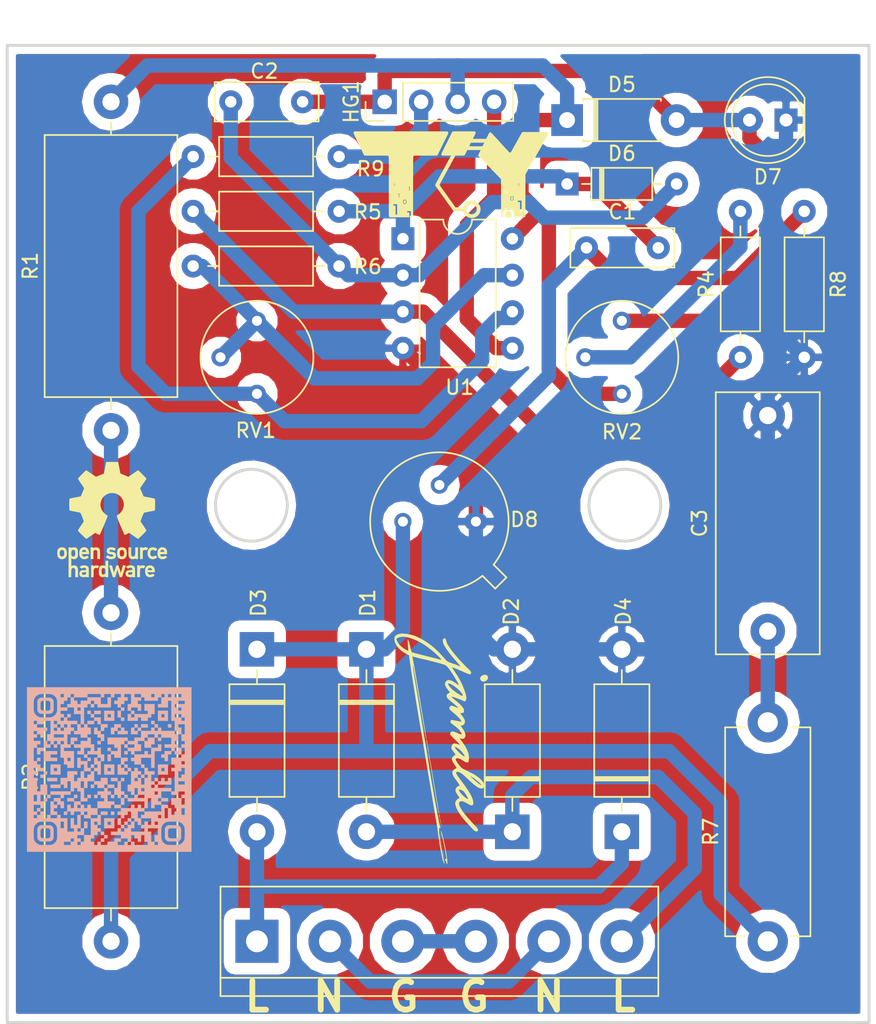
<source format=kicad_pcb>
(kicad_pcb (version 20171130) (host pcbnew 5.0.2-bee76a0~70~ubuntu18.04.1)
  (layers (0 F.Cu signal) (31 B.Cu signal) (34 B.Paste user) (35 F.Paste user) (36 B.SilkS user) (37 F.SilkS user) (38 B.Mask user) (39 F.Mask user) (44 Edge.Cuts user))
  (net 0 "")
  (net 1 "Net-(C1-Pad1)")
  (net 2 "Net-(C1-Pad2)")
  (net 3 GND)
  (net 4 "Net-(C2-Pad1)")
  (net 5 "Net-(C3-Pad1)")
  (net 6 "Net-(D1-Pad2)")
  (net 7 "Net-(D1-Pad1)")
  (net 8 "Net-(D3-Pad2)")
  (net 9 VCC)
  (net 10 "Net-(HG1-Pad2)")
  (net 11 "Net-(HG1-Pad4)")
  (net 12 "Net-(J1-Pad2)")
  (net 13 "Net-(J1-Pad3)")
  (net 14 "Net-(R1-Pad1)")
  (net 15 "Net-(R4-Pad1)")
  (net 16 "Net-(R4-Pad2)")
  (net 17 "Net-(R6-Pad2)")
  (net 18 "Net-(R9-Pad1)")
  (net 19 GNDREF)
  (module Capacitor_THT:C_Disc_D7.0mm_W2.5mm_P5.00mm (layer F.Cu) (at 158.83 85.09)
    (fp_text reference C1 (at 2.5 -2.5) (layer F.SilkS))
    (fp_text value 100n hide)
    (pad 1 thru_hole circle (at 0 0) (size 1.6 1.6) (drill 0.8) (layers *.Cu *.Mask) (net 1 "Net-(C1-Pad1)"))
    (pad 2 thru_hole circle (at 5 0) (size 1.6 1.6) (drill 0.8) (layers *.Cu *.Mask) (net 2 "Net-(C1-Pad2)"))
  )
  (module Capacitor_THT:C_Disc_D7.0mm_W2.5mm_P5.00mm (layer F.Cu) (at 134.065 74.93)
    (fp_text reference C2 (at 2.335 -2.13) (layer F.SilkS))
    (fp_text value 33n hide)
    (pad 2 thru_hole circle (at 5 0) (size 1.6 1.6) (drill 0.8) (layers *.Cu *.Mask) (net 19 GNDREF))
    (pad 1 thru_hole circle (at 0 0) (size 1.6 1.6) (drill 0.8) (layers *.Cu *.Mask) (net 4 "Net-(C2-Pad1)"))
  )
  (module Capacitor_THT:C_Rect_L18.0mm_W7.0mm_P15.00mm_FKS3_FKP3 (layer F.Cu) (at 171.45 111.76 90)
    (fp_text reference C3 (at 7.5 -4.75 90) (layer F.SilkS))
    (fp_text value 100n/400V)
    (pad 1 thru_hole circle (at 0 0 90) (size 2.4 2.4) (drill 1.2) (layers *.Cu *.Mask) (net 5 "Net-(C3-Pad1)"))
    (pad 2 thru_hole circle (at 15 0 90) (size 2.4 2.4) (drill 1.2) (layers *.Cu *.Mask) (net 3 GND))
  )
  (module Diode_THT:D_DO-15_P12.70mm_Horizontal (layer F.Cu) (at 143.51 113.03 270)
    (fp_text reference D1 (at -3.23 -0.09 270) (layer F.SilkS))
    (fp_text value D hide)
    (pad 2 thru_hole oval (at 12.7 0 270) (size 2.4 2.4) (drill 1.2) (layers *.Cu *.Mask) (net 6 "Net-(D1-Pad2)"))
    (pad 1 thru_hole rect (at 0 0 270) (size 2.4 2.4) (drill 1.2) (layers *.Cu *.Mask) (net 7 "Net-(D1-Pad1)"))
  )
  (module Diode_THT:D_DO-15_P12.70mm_Horizontal (layer F.Cu) (at 153.67 125.73 90)
    (fp_text reference D2 (at 15.33 -0.07 90) (layer F.SilkS))
    (fp_text value D hide)
    (pad 2 thru_hole oval (at 12.7 0 90) (size 2.4 2.4) (drill 1.2) (layers *.Cu *.Mask) (net 3 GND))
    (pad 1 thru_hole rect (at 0 0 90) (size 2.4 2.4) (drill 1.2) (layers *.Cu *.Mask) (net 6 "Net-(D1-Pad2)"))
  )
  (module Diode_THT:D_DO-15_P12.70mm_Horizontal (layer F.Cu) (at 135.89 113.03 270)
    (fp_text reference D3 (at -3.23 -0.11 270) (layer F.SilkS))
    (fp_text value D hide)
    (pad 1 thru_hole rect (at 0 0 270) (size 2.4 2.4) (drill 1.2) (layers *.Cu *.Mask) (net 7 "Net-(D1-Pad1)"))
    (pad 2 thru_hole oval (at 12.7 0 270) (size 2.4 2.4) (drill 1.2) (layers *.Cu *.Mask) (net 8 "Net-(D3-Pad2)"))
  )
  (module Diode_THT:D_DO-15_P12.70mm_Horizontal (layer F.Cu) (at 161.29 125.73 90)
    (fp_text reference D4 (at 15.33 0.11 90) (layer F.SilkS))
    (fp_text value D hide)
    (pad 1 thru_hole rect (at 0 0 90) (size 2.4 2.4) (drill 1.2) (layers *.Cu *.Mask) (net 8 "Net-(D3-Pad2)"))
    (pad 2 thru_hole oval (at 12.7 0 90) (size 2.4 2.4) (drill 1.2) (layers *.Cu *.Mask) (net 3 GND))
  )
  (module Diode_THT:D_DO-41_SOD81_P7.62mm_Horizontal (layer F.Cu) (at 157.48 76.2)
    (fp_text reference D5 (at 3.81 -2.47) (layer F.SilkS))
    (fp_text value 5V1 hide)
    (pad 1 thru_hole rect (at 0 0) (size 2.2 2.2) (drill 1.1) (layers *.Cu *.Mask) (net 9 VCC))
    (pad 2 thru_hole oval (at 7.62 0) (size 2.2 2.2) (drill 1.1) (layers *.Cu *.Mask) (net 19 GNDREF))
  )
  (module Diode_THT:D_DO-35_SOD27_P7.62mm_Horizontal (layer F.Cu) (at 157.48 80.645)
    (fp_text reference D6 (at 3.81 -2.12) (layer F.SilkS))
    (fp_text value D hide)
    (pad 1 thru_hole rect (at 0 0) (size 1.6 1.6) (drill 0.8) (layers *.Cu *.Mask) (net 2 "Net-(C1-Pad2)"))
    (pad 2 thru_hole oval (at 7.62 0) (size 1.6 1.6) (drill 0.8) (layers *.Cu *.Mask) (net 4 "Net-(C2-Pad1)"))
  )
  (module LED_THT:LED_D5.0mm (layer F.Cu) (at 172.72 76.2 180)
    (fp_text reference D7 (at 1.27 -3.96 180) (layer F.SilkS))
    (fp_text value LED)
    (pad 1 thru_hole rect (at 0 0 180) (size 1.6 1.6) (drill 0.9) (layers *.Cu *.Mask) (net 3 GND))
    (pad 2 thru_hole circle (at 2.54 0 180) (size 1.8 1.8) (drill 0.9) (layers *.Cu *.Mask) (net 19 GNDREF))
  )
  (module Package_TO_SOT_THT:TO-39-3 (layer F.Cu) (at 151.13 104.14 180)
    (fp_text reference D8 (at -3.37 0.14 180) (layer F.SilkS))
    (fp_text value KT505)
    (pad 1 thru_hole oval (at 0 0 180) (size 1.6 1.2) (drill 0.7) (layers *.Cu *.Mask) (net 3 GND))
    (pad 2 thru_hole oval (at 2.54 2.54 180) (size 1.2 1.2) (drill 0.7) (layers *.Cu *.Mask) (net 1 "Net-(C1-Pad1)"))
    (pad 3 thru_hole oval (at 5.08 0 180) (size 1.2 1.2) (drill 0.7) (layers *.Cu *.Mask) (net 7 "Net-(D1-Pad1)"))
  )
  (module Connector_PinHeader_2.54mm:PinHeader_1x04_P2.54mm_Vertical (layer F.Cu) (at 144.78 74.93 90)
    (fp_text reference HG1 (at 0 -2.33 90) (layer F.SilkS))
    (fp_text value MAF100)
    (pad 1 thru_hole rect (at 0 0 90) (size 1.7 1.7) (drill 1) (layers *.Cu *.Mask) (net 19 GNDREF))
    (pad 2 thru_hole oval (at 0 2.54 90) (size 1.7 1.7) (drill 1) (layers *.Cu *.Mask) (net 10 "Net-(HG1-Pad2)"))
    (pad 3 thru_hole oval (at 0 5.08 90) (size 1.7 1.7) (drill 1) (layers *.Cu *.Mask) (net 9 VCC))
    (pad 4 thru_hole oval (at 0 7.62 90) (size 1.7 1.7) (drill 1) (layers *.Cu *.Mask) (net 11 "Net-(HG1-Pad4)"))
  )
  (module TerminalBlock:TerminalBlock_bornier-6_P5.08mm (layer F.Cu) (at 135.89 133.35)
    (fp_text reference J1 hide)
    (fp_text value Conn_01x06 hide)
    (pad 2 thru_hole circle (at 5.08 0) (size 3 3) (drill 1.52) (layers *.Cu *.Mask) (net 12 "Net-(J1-Pad2)"))
    (pad 3 thru_hole circle (at 10.16 0) (size 3 3) (drill 1.52) (layers *.Cu *.Mask) (net 13 "Net-(J1-Pad3)"))
    (pad 1 thru_hole rect (at 0 0) (size 3 3) (drill 1.52) (layers *.Cu *.Mask) (net 8 "Net-(D3-Pad2)"))
    (pad 4 thru_hole circle (at 15.24 0) (size 3 3) (drill 1.52) (layers *.Cu *.Mask) (net 13 "Net-(J1-Pad3)"))
    (pad 5 thru_hole circle (at 20.32 0) (size 3 3) (drill 1.52) (layers *.Cu *.Mask) (net 12 "Net-(J1-Pad2)"))
    (pad 6 thru_hole circle (at 25.4 0) (size 3 3) (drill 1.52) (layers *.Cu *.Mask) (net 6 "Net-(D1-Pad2)"))
  )
  (module Resistor_THT:R_Axial_DIN0918_L18.0mm_D9.0mm_P22.86mm_Horizontal (layer F.Cu) (at 125.73 97.79 90)
    (fp_text reference R1 (at 11.43 -5.62 90) (layer F.SilkS))
    (fp_text value 6k8/2W)
    (pad 1 thru_hole circle (at 0 0 90) (size 2.4 2.4) (drill 1.2) (layers *.Cu *.Mask) (net 14 "Net-(R1-Pad1)"))
    (pad 2 thru_hole oval (at 22.86 0 90) (size 2.4 2.4) (drill 1.2) (layers *.Cu *.Mask) (net 9 VCC))
  )
  (module Resistor_THT:R_Axial_DIN0918_L18.0mm_D9.0mm_P22.86mm_Horizontal (layer F.Cu) (at 125.73 133.35 90)
    (fp_text reference R2 (at 11.43 -5.62 90) (layer F.SilkS))
    (fp_text value 6k8/2W)
    (pad 2 thru_hole oval (at 22.86 0 90) (size 2.4 2.4) (drill 1.2) (layers *.Cu *.Mask) (net 14 "Net-(R1-Pad1)"))
    (pad 1 thru_hole circle (at 0 0 90) (size 2.4 2.4) (drill 1.2) (layers *.Cu *.Mask) (net 7 "Net-(D1-Pad1)"))
  )
  (module Resistor_THT:R_Axial_DIN0207_L6.3mm_D2.5mm_P10.16mm_Horizontal (layer F.Cu) (at 169.545 92.71 90)
    (fp_text reference R4 (at 5.08 -2.37 90) (layer F.SilkS))
    (fp_text value 820R hide)
    (pad 1 thru_hole circle (at 0 0 90) (size 1.6 1.6) (drill 0.8) (layers *.Cu *.Mask) (net 15 "Net-(R4-Pad1)"))
    (pad 2 thru_hole oval (at 10.16 0 90) (size 1.6 1.6) (drill 0.8) (layers *.Cu *.Mask) (net 16 "Net-(R4-Pad2)"))
  )
  (module Resistor_THT:R_Axial_DIN0207_L6.3mm_D2.5mm_P10.16mm_Horizontal (layer F.Cu) (at 141.605 82.55 180)
    (fp_text reference R5 (at -1.995 -0.05 180) (layer F.SilkS))
    (fp_text value 18k hide)
    (pad 2 thru_hole oval (at 10.16 0 180) (size 1.6 1.6) (drill 0.8) (layers *.Cu *.Mask) (net 15 "Net-(R4-Pad1)"))
    (pad 1 thru_hole circle (at 0 0 180) (size 1.6 1.6) (drill 0.8) (layers *.Cu *.Mask) (net 2 "Net-(C1-Pad2)"))
  )
  (module Resistor_THT:R_Axial_DIN0207_L6.3mm_D2.5mm_P10.16mm_Horizontal (layer F.Cu) (at 141.605 86.36 180)
    (fp_text reference R6 (at -1.995 -0.04 180) (layer F.SilkS))
    (fp_text value 27k hide)
    (pad 2 thru_hole oval (at 10.16 0 180) (size 1.6 1.6) (drill 0.8) (layers *.Cu *.Mask) (net 17 "Net-(R6-Pad2)"))
    (pad 1 thru_hole circle (at 0 0 180) (size 1.6 1.6) (drill 0.8) (layers *.Cu *.Mask) (net 4 "Net-(C2-Pad1)"))
  )
  (module Resistor_THT:R_Axial_DIN0614_L14.3mm_D5.7mm_P15.24mm_Horizontal (layer F.Cu) (at 171.45 133.35 90)
    (fp_text reference R7 (at 7.62 -3.97 90) (layer F.SilkS))
    (fp_text value 100R/1W)
    (pad 1 thru_hole circle (at 0 0 90) (size 2.8 2.8) (drill 1.4) (layers *.Cu *.Mask) (net 7 "Net-(D1-Pad1)"))
    (pad 2 thru_hole oval (at 15.24 0 90) (size 2.8 2.8) (drill 1.4) (layers *.Cu *.Mask) (net 5 "Net-(C3-Pad1)"))
  )
  (module Resistor_THT:R_Axial_DIN0207_L6.3mm_D2.5mm_P10.16mm_Horizontal (layer F.Cu) (at 173.99 82.55 270)
    (fp_text reference R8 (at 5.08 -2.37 270) (layer F.SilkS))
    (fp_text value 220R hide)
    (pad 1 thru_hole circle (at 0 0 270) (size 1.6 1.6) (drill 0.8) (layers *.Cu *.Mask) (net 1 "Net-(C1-Pad1)"))
    (pad 2 thru_hole oval (at 10.16 0 270) (size 1.6 1.6) (drill 0.8) (layers *.Cu *.Mask) (net 3 GND))
  )
  (module Resistor_THT:R_Axial_DIN0207_L6.3mm_D2.5mm_P10.16mm_Horizontal (layer F.Cu) (at 131.445 78.74)
    (fp_text reference R9 (at 12.355 0.86) (layer F.SilkS))
    (fp_text value 100k hide)
    (pad 1 thru_hole circle (at 0 0) (size 1.6 1.6) (drill 0.8) (layers *.Cu *.Mask) (net 18 "Net-(R9-Pad1)"))
    (pad 2 thru_hole oval (at 10.16 0) (size 1.6 1.6) (drill 0.8) (layers *.Cu *.Mask) (net 10 "Net-(HG1-Pad2)"))
  )
  (module Potentiometer_THT:Potentiometer_Bourns_3339P_Vertical (layer F.Cu) (at 135.89 95.25)
    (fp_text reference RV1 (at -0.09 2.55) (layer F.SilkS))
    (fp_text value 330k)
    (pad 1 thru_hole circle (at 0 0) (size 1.26 1.26) (drill 0.7) (layers *.Cu *.Mask) (net 18 "Net-(R9-Pad1)"))
    (pad 2 thru_hole circle (at -2.54 -2.54) (size 1.26 1.26) (drill 0.7) (layers *.Cu *.Mask) (net 17 "Net-(R6-Pad2)"))
    (pad 3 thru_hole circle (at 0 -5.08) (size 1.26 1.26) (drill 0.7) (layers *.Cu *.Mask) (net 17 "Net-(R6-Pad2)"))
  )
  (module Potentiometer_THT:Potentiometer_Bourns_3339P_Vertical (layer F.Cu) (at 161.29 95.25)
    (fp_text reference RV2 (at 0.01 2.65) (layer F.SilkS))
    (fp_text value 15k)
    (pad 3 thru_hole circle (at 0 -5.08) (size 1.26 1.26) (drill 0.7) (layers *.Cu *.Mask) (net 19 GNDREF))
    (pad 2 thru_hole circle (at -2.54 -2.54) (size 1.26 1.26) (drill 0.7) (layers *.Cu *.Mask) (net 16 "Net-(R4-Pad2)"))
    (pad 1 thru_hole circle (at 0 0) (size 1.26 1.26) (drill 0.7) (layers *.Cu *.Mask) (net 9 VCC))
  )
  (module Package_DIP:DIP-8_W7.62mm (layer F.Cu) (at 146.05 84.455)
    (fp_text reference U1 (at 3.95 10.345) (layer F.SilkS))
    (fp_text value TL082)
    (pad 1 thru_hole rect (at 0 0) (size 1.6 1.6) (drill 0.8) (layers *.Cu *.Mask) (net 2 "Net-(C1-Pad2)"))
    (pad 5 thru_hole oval (at 7.62 7.62) (size 1.6 1.6) (drill 0.8) (layers *.Cu *.Mask) (net 11 "Net-(HG1-Pad4)"))
    (pad 2 thru_hole oval (at 0 2.54) (size 1.6 1.6) (drill 0.8) (layers *.Cu *.Mask) (net 4 "Net-(C2-Pad1)"))
    (pad 6 thru_hole oval (at 7.62 5.08) (size 1.6 1.6) (drill 0.8) (layers *.Cu *.Mask) (net 18 "Net-(R9-Pad1)"))
    (pad 3 thru_hole oval (at 0 5.08) (size 1.6 1.6) (drill 0.8) (layers *.Cu *.Mask) (net 15 "Net-(R4-Pad1)"))
    (pad 7 thru_hole oval (at 7.62 2.54) (size 1.6 1.6) (drill 0.8) (layers *.Cu *.Mask) (net 17 "Net-(R6-Pad2)"))
    (pad 4 thru_hole oval (at 0 7.62) (size 1.6 1.6) (drill 0.8) (layers *.Cu *.Mask) (net 3 GND))
    (pad 8 thru_hole oval (at 7.62 0) (size 1.6 1.6) (drill 0.8) (layers *.Cu *.Mask) (net 9 VCC))
  )
  (module TCY_logo:Jamala_LOGO_16x8mm (layer F.Cu) (at 148.2 120 260)
    (fp_text reference G*** hide)
    (fp_text value LOGO hide)
  )
  (module TCY_logo:TCY_LOGO_13x6mm (layer F.Cu) (at 149.4 80)
    (fp_text reference G*** hide)
    (fp_text value LOGO hide)
  )
  (module Symbol:OSHW-Logo_7.5x8mm_SilkScreen (layer F.Cu) (at 125.8 104)
    (fp_text reference REF** hide)
    (fp_text value OSHW-Logo_7.5x8mm_SilkScreen hide)
  )
  (module TCY_logo:QR_sewing_machine_regulator (layer B.Cu) (at 125.6 121.4)
    (fp_text reference G*** hide)
    (fp_text value LOGO hide)
  )
  (gr_text L (at 161.4 137.2) (layer F.SilkS) (effects (font (size 2 2) (thickness 0.4))))
  (gr_text "N\n" (at 156.2 137.2) (layer F.SilkS) (effects (font (size 2 2) (thickness 0.4))))
  (gr_text G (at 151 137.2) (layer F.SilkS) (effects (font (size 2 2) (thickness 0.4))))
  (gr_text G (at 146.1 137.2) (layer F.SilkS) (effects (font (size 2 2) (thickness 0.4))))
  (gr_text "N\n" (at 140.9 137.2) (layer F.SilkS) (effects (font (size 2 2) (thickness 0.4))))
  (gr_text L (at 135.9 137.2) (layer F.SilkS) (effects (font (size 2 2) (thickness 0.4))))
  (gr_circle (center 135.5011 103.0036) (end 138.0011 103.0036) (layer Edge.Cuts) (width 0.2))
  (gr_line (start 178.5011 71.0036) (end 118.5011 71.0036) (layer Edge.Cuts) (width 0.2))
  (gr_line (start 178.5011 71.0036) (end 178.5011 139.0036) (layer Edge.Cuts) (width 0.2))
  (gr_circle (center 161.5011 103.0036) (end 164.0011 103.0036) (layer Edge.Cuts) (width 0.2))
  (gr_line (start 118.5011 71.0036) (end 118.5011 139.0036) (layer Edge.Cuts) (width 0.2))
  (gr_line (start 178.5011 139.0036) (end 118.5011 139.0036) (layer Edge.Cuts) (width 0.2))
  (segment (start 149.189999 101.000001) (end 148.59 101.6) (width 1) (layer B.Cu) (net 1))
  (segment (start 158.83 85.09) (end 156.21 87.71) (width 1) (layer B.Cu) (net 1))
  (segment (start 156.21 93.98) (end 149.189999 101.000001) (width 1) (layer B.Cu) (net 1))
  (segment (start 156.21 87.71) (end 156.21 93.98) (width 1) (layer B.Cu) (net 1))
  (segment (start 169.349999 87.190001) (end 173.190001 83.349999) (width 1) (layer F.Cu) (net 1))
  (segment (start 173.190001 83.349999) (end 173.99 82.55) (width 1) (layer F.Cu) (net 1))
  (segment (start 160.930001 87.190001) (end 169.349999 87.190001) (width 1) (layer F.Cu) (net 1))
  (segment (start 158.83 85.09) (end 160.930001 87.190001) (width 1) (layer F.Cu) (net 1))
  (segment (start 148.59001 80.11499) (end 156.94999 80.11499) (width 1) (layer B.Cu) (net 2))
  (segment (start 156.94999 80.11499) (end 157.48 80.645) (width 1) (layer B.Cu) (net 2))
  (segment (start 146.155 82.55) (end 146.79 81.915) (width 1) (layer B.Cu) (net 2))
  (segment (start 141.605 82.55) (end 146.155 82.55) (width 1) (layer B.Cu) (net 2))
  (segment (start 146.05 82.655) (end 146.79 81.915) (width 1) (layer B.Cu) (net 2))
  (segment (start 146.79 81.915) (end 148.59001 80.11499) (width 1) (layer B.Cu) (net 2))
  (segment (start 146.05 84.455) (end 146.05 82.655) (width 1) (layer B.Cu) (net 2))
  (segment (start 159.385 80.645) (end 163.83 85.09) (width 1) (layer F.Cu) (net 2))
  (segment (start 157.48 80.645) (end 159.385 80.645) (width 1) (layer F.Cu) (net 2))
  (segment (start 161.29 113.03) (end 153.67 113.03) (width 1) (layer B.Cu) (net 3))
  (segment (start 152.4 113.03) (end 153.67 113.03) (width 1) (layer B.Cu) (net 3))
  (segment (start 151.13 111.76) (end 152.4 113.03) (width 1) (layer B.Cu) (net 3))
  (segment (start 171.45 95.25) (end 173.99 92.71) (width 1) (layer B.Cu) (net 3))
  (segment (start 171.45 96.76) (end 171.45 95.25) (width 1) (layer B.Cu) (net 3))
  (segment (start 173.190001 91.910001) (end 173.99 92.71) (width 1) (layer B.Cu) (net 3))
  (segment (start 171.645001 90.365001) (end 173.190001 91.910001) (width 1) (layer B.Cu) (net 3))
  (segment (start 171.645001 79.174999) (end 171.645001 90.365001) (width 1) (layer B.Cu) (net 3))
  (segment (start 172.72 78.1) (end 171.645001 79.174999) (width 1) (layer B.Cu) (net 3))
  (segment (start 172.72 76.2) (end 172.72 78.1) (width 1) (layer B.Cu) (net 3))
  (segment (start 151.13 104.14) (end 151.13 111.76) (width 1) (layer B.Cu) (net 3))
  (segment (start 151.13 97.155) (end 146.05 92.075) (width 1) (layer F.Cu) (net 3))
  (segment (start 151.13 104.14) (end 151.13 97.155) (width 1) (layer F.Cu) (net 3))
  (segment (start 171.45 106.55) (end 171.45 96.76) (width 1) (layer B.Cu) (net 3))
  (segment (start 161.29 113.03) (end 164.97 113.03) (width 1) (layer B.Cu) (net 3))
  (segment (start 164.97 113.03) (end 171.45 106.55) (width 1) (layer B.Cu) (net 3))
  (segment (start 134.065 78.82) (end 141.605 86.36) (width 1) (layer B.Cu) (net 4))
  (segment (start 134.065 74.93) (end 134.065 78.82) (width 1) (layer B.Cu) (net 4))
  (segment (start 142.24 86.995) (end 141.605 86.36) (width 1) (layer B.Cu) (net 4))
  (segment (start 146.05 86.995) (end 142.24 86.995) (width 1) (layer B.Cu) (net 4))
  (segment (start 162.755001 82.989999) (end 164.300001 81.444999) (width 1) (layer B.Cu) (net 4))
  (segment (start 155.884997 82.989999) (end 162.755001 82.989999) (width 1) (layer B.Cu) (net 4))
  (segment (start 152.26137 81.915) (end 154.809998 81.915) (width 1) (layer B.Cu) (net 4))
  (segment (start 147.18137 86.995) (end 152.26137 81.915) (width 1) (layer B.Cu) (net 4))
  (segment (start 164.300001 81.444999) (end 165.1 80.645) (width 1) (layer B.Cu) (net 4))
  (segment (start 154.809998 81.915) (end 155.884997 82.989999) (width 1) (layer B.Cu) (net 4))
  (segment (start 146.05 86.995) (end 147.18137 86.995) (width 1) (layer B.Cu) (net 4))
  (segment (start 171.45 111.76) (end 171.45 118.11) (width 1) (layer B.Cu) (net 5))
  (segment (start 153.67 123.19) (end 153.67 125.73) (width 1) (layer B.Cu) (net 6))
  (segment (start 163.83 121.92) (end 154.94 121.92) (width 1) (layer B.Cu) (net 6))
  (segment (start 161.29 133.35) (end 166.37 128.27) (width 1) (layer B.Cu) (net 6))
  (segment (start 154.94 121.92) (end 153.67 123.19) (width 1) (layer B.Cu) (net 6))
  (segment (start 166.37 124.46) (end 163.83 121.92) (width 1) (layer B.Cu) (net 6))
  (segment (start 166.37 128.27) (end 166.37 124.46) (width 1) (layer B.Cu) (net 6))
  (segment (start 143.51 125.73) (end 153.67 125.73) (width 1) (layer B.Cu) (net 6))
  (segment (start 135.89 113.03) (end 143.51 113.03) (width 1) (layer B.Cu) (net 7))
  (segment (start 143.51 113.03) (end 144.78 113.03) (width 1) (layer B.Cu) (net 7))
  (segment (start 144.78 113.03) (end 146.05 111.76) (width 1) (layer B.Cu) (net 7))
  (segment (start 168.170009 123.714411) (end 164.575588 120.11999) (width 1) (layer B.Cu) (net 7))
  (segment (start 168.17001 130.07001) (end 168.170009 123.714411) (width 1) (layer B.Cu) (net 7))
  (segment (start 171.45 133.35) (end 168.17001 130.07001) (width 1) (layer B.Cu) (net 7))
  (segment (start 143.51 113.03) (end 143.51 120.11999) (width 1) (layer B.Cu) (net 7))
  (segment (start 164.575588 120.11999) (end 143.51 120.11999) (width 1) (layer B.Cu) (net 7))
  (segment (start 125.73 127) (end 125.73 133.35) (width 1) (layer B.Cu) (net 7))
  (segment (start 143.51 120.11999) (end 132.61001 120.11999) (width 1) (layer B.Cu) (net 7))
  (segment (start 132.61001 120.11999) (end 125.73 127) (width 1) (layer B.Cu) (net 7))
  (segment (start 146.05 111.76) (end 146.05 104.14) (width 1) (layer B.Cu) (net 7))
  (segment (start 159.68 129.54) (end 135.89 129.54) (width 1) (layer B.Cu) (net 8))
  (segment (start 161.29 127.93) (end 159.68 129.54) (width 1) (layer B.Cu) (net 8))
  (segment (start 135.89 125.73) (end 135.89 129.54) (width 1) (layer B.Cu) (net 8))
  (segment (start 161.29 125.73) (end 161.29 127.93) (width 1) (layer B.Cu) (net 8))
  (segment (start 135.89 129.54) (end 135.89 133.35) (width 1) (layer B.Cu) (net 8))
  (segment (start 125.73 74.93) (end 128.25639 72.40361) (width 1) (layer B.Cu) (net 9))
  (segment (start 149.86 73.727919) (end 149.86 74.93) (width 1) (layer B.Cu) (net 9))
  (segment (start 128.25639 72.40361) (end 148.535691 72.40361) (width 1) (layer B.Cu) (net 9))
  (segment (start 157.48 74.1) (end 155.78361 72.40361) (width 1) (layer B.Cu) (net 9))
  (segment (start 157.48 76.2) (end 157.48 74.1) (width 1) (layer B.Cu) (net 9))
  (segment (start 149.86 74.93) (end 149.86 72.40361) (width 1) (layer B.Cu) (net 9))
  (segment (start 155.78361 72.40361) (end 149.86 72.40361) (width 1) (layer B.Cu) (net 9))
  (segment (start 149.86 72.40361) (end 148.535691 72.40361) (width 1) (layer B.Cu) (net 9))
  (segment (start 157.937 95.25) (end 156.21 93.523) (width 1) (layer F.Cu) (net 9))
  (segment (start 161.29 95.25) (end 157.937 95.25) (width 1) (layer F.Cu) (net 9))
  (segment (start 156.21 93.523) (end 156.21 83.315002) (width 1) (layer F.Cu) (net 9))
  (segment (start 155.38 76.2) (end 157.48 76.2) (width 1) (layer F.Cu) (net 9))
  (segment (start 154.305 77.275) (end 155.38 76.2) (width 1) (layer F.Cu) (net 9))
  (segment (start 154.305 81.410002) (end 154.305 77.275) (width 1) (layer F.Cu) (net 9))
  (segment (start 154.469999 83.635003) (end 155.5 82.605002) (width 1) (layer F.Cu) (net 9))
  (segment (start 153.67 84.455) (end 154.469999 83.655001) (width 1) (layer F.Cu) (net 9))
  (segment (start 156.21 83.315002) (end 155.5 82.605002) (width 1) (layer F.Cu) (net 9))
  (segment (start 154.469999 83.655001) (end 154.469999 83.635003) (width 1) (layer F.Cu) (net 9))
  (segment (start 155.5 82.605002) (end 154.305 81.410002) (width 1) (layer F.Cu) (net 9))
  (segment (start 141.605 78.74) (end 145.415 78.74) (width 1) (layer B.Cu) (net 10))
  (segment (start 147.32 76.835) (end 147.32 74.93) (width 1) (layer B.Cu) (net 10))
  (segment (start 145.415 78.74) (end 147.32 76.835) (width 1) (layer B.Cu) (net 10))
  (segment (start 152.53863 92.075) (end 153.67 92.075) (width 1) (layer F.Cu) (net 11))
  (segment (start 150.495 83.505) (end 150.495 90.03137) (width 1) (layer F.Cu) (net 11))
  (segment (start 152.4 74.93) (end 152.4 81.6) (width 1) (layer F.Cu) (net 11))
  (segment (start 150.495 90.03137) (end 152.53863 92.075) (width 1) (layer F.Cu) (net 11))
  (segment (start 152.4 81.6) (end 150.495 83.505) (width 1) (layer F.Cu) (net 11))
  (segment (start 142.469999 134.849999) (end 140.97 133.35) (width 1) (layer B.Cu) (net 12))
  (segment (start 143.770001 136.150001) (end 142.469999 134.849999) (width 1) (layer B.Cu) (net 12))
  (segment (start 153.409999 136.150001) (end 143.770001 136.150001) (width 1) (layer B.Cu) (net 12))
  (segment (start 156.21 133.35) (end 153.409999 136.150001) (width 1) (layer B.Cu) (net 12))
  (segment (start 146.05 133.35) (end 151.13 133.35) (width 1) (layer B.Cu) (net 13))
  (segment (start 125.73 97.79) (end 125.73 110.49) (width 1) (layer B.Cu) (net 14))
  (segment (start 138.43 89.535) (end 146.05 89.535) (width 1) (layer B.Cu) (net 15))
  (segment (start 131.445 82.55) (end 138.43 89.535) (width 1) (layer B.Cu) (net 15))
  (segment (start 155.098033 97.180001) (end 165.074999 97.180001) (width 1) (layer F.Cu) (net 15))
  (segment (start 168.745001 93.509999) (end 169.545 92.71) (width 1) (layer F.Cu) (net 15))
  (segment (start 165.074999 97.180001) (end 168.745001 93.509999) (width 1) (layer F.Cu) (net 15))
  (segment (start 147.453032 89.535) (end 155.098033 97.180001) (width 1) (layer F.Cu) (net 15))
  (segment (start 146.05 89.535) (end 147.453032 89.535) (width 1) (layer F.Cu) (net 15))
  (segment (start 169.545 85.0286) (end 161.8636 92.71) (width 1) (layer B.Cu) (net 16))
  (segment (start 159.640954 92.71) (end 158.75 92.71) (width 1) (layer B.Cu) (net 16))
  (segment (start 161.8636 92.71) (end 159.640954 92.71) (width 1) (layer B.Cu) (net 16))
  (segment (start 169.545 82.55) (end 169.545 85.0286) (width 1) (layer B.Cu) (net 16))
  (segment (start 133.35 92.71) (end 135.89 90.17) (width 1) (layer B.Cu) (net 17))
  (segment (start 132.08 86.36) (end 135.89 90.17) (width 1) (layer B.Cu) (net 17))
  (segment (start 131.445 86.36) (end 132.08 86.36) (width 1) (layer B.Cu) (net 17))
  (segment (start 136.519999 90.799999) (end 135.89 90.17) (width 1) (layer B.Cu) (net 17))
  (segment (start 147.058001 94.175001) (end 139.895001 94.175001) (width 1) (layer B.Cu) (net 17))
  (segment (start 148.150001 93.083001) (end 147.058001 94.175001) (width 1) (layer B.Cu) (net 17))
  (segment (start 139.895001 94.175001) (end 136.519999 90.799999) (width 1) (layer B.Cu) (net 17))
  (segment (start 148.150001 90.543001) (end 148.150001 93.083001) (width 1) (layer B.Cu) (net 17))
  (segment (start 151.698002 86.995) (end 148.150001 90.543001) (width 1) (layer B.Cu) (net 17))
  (segment (start 153.67 86.995) (end 151.698002 86.995) (width 1) (layer B.Cu) (net 17))
  (segment (start 131.445 78.74) (end 127.635 82.55) (width 1) (layer B.Cu) (net 18))
  (segment (start 127.635 82.55) (end 127.635 93.345) (width 1) (layer B.Cu) (net 18))
  (segment (start 129.54 95.25) (end 135.89 95.25) (width 1) (layer B.Cu) (net 18))
  (segment (start 127.635 93.345) (end 129.54 95.25) (width 1) (layer B.Cu) (net 18))
  (segment (start 153.67 89.974999) (end 153.67 89.535) (width 1) (layer B.Cu) (net 18))
  (segment (start 137.795 97.155) (end 147.32 97.155) (width 1) (layer B.Cu) (net 18))
  (segment (start 152.661999 89.974999) (end 153.67 89.974999) (width 1) (layer B.Cu) (net 18))
  (segment (start 135.89 95.25) (end 137.795 97.155) (width 1) (layer B.Cu) (net 18))
  (segment (start 147.32 97.155) (end 151.569999 92.905001) (width 1) (layer B.Cu) (net 18))
  (segment (start 151.569999 92.905001) (end 151.569999 91.066999) (width 1) (layer B.Cu) (net 18))
  (segment (start 151.569999 91.066999) (end 152.661999 89.974999) (width 1) (layer B.Cu) (net 18))
  (segment (start 165.1 76.2) (end 170.18 76.2) (width 1) (layer B.Cu) (net 19))
  (segment (start 144.78 74.93) (end 139.065 74.93) (width 1) (layer F.Cu) (net 19))
  (segment (start 161.29 90.17) (end 169.83 90.17) (width 1) (layer F.Cu) (net 19))
  (segment (start 176.090001 83.909999) (end 176.090001 81.090001) (width 1) (layer F.Cu) (net 19))
  (segment (start 169.83 90.17) (end 176.090001 83.909999) (width 1) (layer F.Cu) (net 19))
  (segment (start 170.18 76.2) (end 170.619999 76.2) (width 1) (layer F.Cu) (net 19))
  (segment (start 170.18 76.2) (end 170.18 77.472792) (width 1) (layer F.Cu) (net 19))
  (segment (start 176.090001 81.090001) (end 174.292792 79.292792) (width 1) (layer F.Cu) (net 19))
  (segment (start 170.18 77.472792) (end 172 79.292792) (width 1) (layer F.Cu) (net 19))
  (segment (start 174.292792 79.292792) (end 172 79.292792) (width 1) (layer F.Cu) (net 19))
  (segment (start 162.779999 73.879999) (end 165.1 76.2) (width 1) (layer F.Cu) (net 19))
  (segment (start 161.679999 72.779999) (end 162.779999 73.879999) (width 1) (layer F.Cu) (net 19))
  (segment (start 145.080001 72.779999) (end 161.679999 72.779999) (width 1) (layer F.Cu) (net 19))
  (segment (start 144.78 73.08) (end 145.080001 72.779999) (width 1) (layer F.Cu) (net 19))
  (segment (start 144.78 74.93) (end 144.78 73.08) (width 1) (layer F.Cu) (net 19))
  (zone (net 3) (net_name GND) (layer F.Cu) (connect_pads (clearance 0.508)) (min_thickness 0.254) (fill yes (arc_segments 16) (thermal_gap 0.508) (thermal_bridge_width 0.508))
    (polygon (pts (xy 118 71) (xy 179 71) (xy 179 139) (xy 118 139)))
  )
  (zone (net 3) (net_name GND) (layer B.Cu) (connect_pads (clearance 0.508)) (min_thickness 0.254) (fill yes (arc_segments 16) (thermal_gap 0.508) (thermal_bridge_width 0.508))
    (polygon (pts (xy 118 71) (xy 179 71) (xy 179 139) (xy 118 139)))
  )
)
</source>
